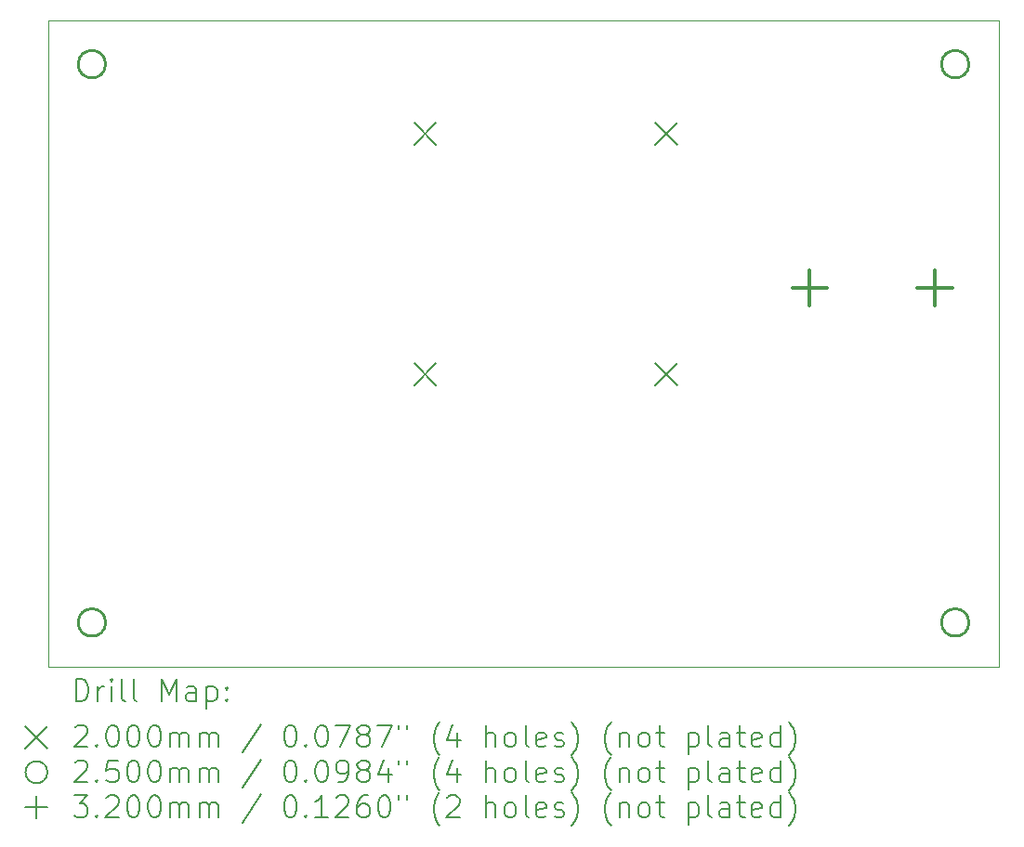
<source format=gbr>
%TF.GenerationSoftware,KiCad,Pcbnew,9.0.7*%
%TF.CreationDate,2026-02-15T20:38:00+11:00*%
%TF.ProjectId,AmigaUSBFloppy,416d6967-6155-4534-9246-6c6f7070792e,rev?*%
%TF.SameCoordinates,Original*%
%TF.FileFunction,Drillmap*%
%TF.FilePolarity,Positive*%
%FSLAX45Y45*%
G04 Gerber Fmt 4.5, Leading zero omitted, Abs format (unit mm)*
G04 Created by KiCad (PCBNEW 9.0.7) date 2026-02-15 20:38:00*
%MOMM*%
%LPD*%
G01*
G04 APERTURE LIST*
%ADD10C,0.100000*%
%ADD11C,0.200000*%
%ADD12C,0.250000*%
%ADD13C,0.320000*%
G04 APERTURE END LIST*
D10*
X10724000Y-5583750D02*
X19390000Y-5583750D01*
X19390000Y-11473750D01*
X10724000Y-11473750D01*
X10724000Y-5583750D01*
D11*
X14060000Y-6518750D02*
X14260000Y-6718750D01*
X14260000Y-6518750D02*
X14060000Y-6718750D01*
X14060000Y-8708750D02*
X14260000Y-8908750D01*
X14260000Y-8708750D02*
X14060000Y-8908750D01*
X16260000Y-6518750D02*
X16460000Y-6718750D01*
X16460000Y-6518750D02*
X16260000Y-6718750D01*
X16260000Y-8708750D02*
X16460000Y-8908750D01*
X16460000Y-8708750D02*
X16260000Y-8908750D01*
D12*
X11249000Y-5983750D02*
G75*
G02*
X10999000Y-5983750I-125000J0D01*
G01*
X10999000Y-5983750D02*
G75*
G02*
X11249000Y-5983750I125000J0D01*
G01*
X11249000Y-11073750D02*
G75*
G02*
X10999000Y-11073750I-125000J0D01*
G01*
X10999000Y-11073750D02*
G75*
G02*
X11249000Y-11073750I125000J0D01*
G01*
X19115000Y-5983750D02*
G75*
G02*
X18865000Y-5983750I-125000J0D01*
G01*
X18865000Y-5983750D02*
G75*
G02*
X19115000Y-5983750I125000J0D01*
G01*
X19115000Y-11073750D02*
G75*
G02*
X18865000Y-11073750I-125000J0D01*
G01*
X18865000Y-11073750D02*
G75*
G02*
X19115000Y-11073750I125000J0D01*
G01*
D13*
X17665000Y-7863750D02*
X17665000Y-8183750D01*
X17505000Y-8023750D02*
X17825000Y-8023750D01*
X18805000Y-7863750D02*
X18805000Y-8183750D01*
X18645000Y-8023750D02*
X18965000Y-8023750D01*
D11*
X10979777Y-11790234D02*
X10979777Y-11590234D01*
X10979777Y-11590234D02*
X11027396Y-11590234D01*
X11027396Y-11590234D02*
X11055967Y-11599758D01*
X11055967Y-11599758D02*
X11075015Y-11618805D01*
X11075015Y-11618805D02*
X11084539Y-11637853D01*
X11084539Y-11637853D02*
X11094063Y-11675948D01*
X11094063Y-11675948D02*
X11094063Y-11704519D01*
X11094063Y-11704519D02*
X11084539Y-11742615D01*
X11084539Y-11742615D02*
X11075015Y-11761662D01*
X11075015Y-11761662D02*
X11055967Y-11780710D01*
X11055967Y-11780710D02*
X11027396Y-11790234D01*
X11027396Y-11790234D02*
X10979777Y-11790234D01*
X11179777Y-11790234D02*
X11179777Y-11656900D01*
X11179777Y-11694996D02*
X11189301Y-11675948D01*
X11189301Y-11675948D02*
X11198824Y-11666424D01*
X11198824Y-11666424D02*
X11217872Y-11656900D01*
X11217872Y-11656900D02*
X11236920Y-11656900D01*
X11303586Y-11790234D02*
X11303586Y-11656900D01*
X11303586Y-11590234D02*
X11294062Y-11599758D01*
X11294062Y-11599758D02*
X11303586Y-11609281D01*
X11303586Y-11609281D02*
X11313110Y-11599758D01*
X11313110Y-11599758D02*
X11303586Y-11590234D01*
X11303586Y-11590234D02*
X11303586Y-11609281D01*
X11427396Y-11790234D02*
X11408348Y-11780710D01*
X11408348Y-11780710D02*
X11398824Y-11761662D01*
X11398824Y-11761662D02*
X11398824Y-11590234D01*
X11532158Y-11790234D02*
X11513110Y-11780710D01*
X11513110Y-11780710D02*
X11503586Y-11761662D01*
X11503586Y-11761662D02*
X11503586Y-11590234D01*
X11760729Y-11790234D02*
X11760729Y-11590234D01*
X11760729Y-11590234D02*
X11827396Y-11733091D01*
X11827396Y-11733091D02*
X11894062Y-11590234D01*
X11894062Y-11590234D02*
X11894062Y-11790234D01*
X12075015Y-11790234D02*
X12075015Y-11685472D01*
X12075015Y-11685472D02*
X12065491Y-11666424D01*
X12065491Y-11666424D02*
X12046443Y-11656900D01*
X12046443Y-11656900D02*
X12008348Y-11656900D01*
X12008348Y-11656900D02*
X11989301Y-11666424D01*
X12075015Y-11780710D02*
X12055967Y-11790234D01*
X12055967Y-11790234D02*
X12008348Y-11790234D01*
X12008348Y-11790234D02*
X11989301Y-11780710D01*
X11989301Y-11780710D02*
X11979777Y-11761662D01*
X11979777Y-11761662D02*
X11979777Y-11742615D01*
X11979777Y-11742615D02*
X11989301Y-11723567D01*
X11989301Y-11723567D02*
X12008348Y-11714043D01*
X12008348Y-11714043D02*
X12055967Y-11714043D01*
X12055967Y-11714043D02*
X12075015Y-11704519D01*
X12170253Y-11656900D02*
X12170253Y-11856900D01*
X12170253Y-11666424D02*
X12189301Y-11656900D01*
X12189301Y-11656900D02*
X12227396Y-11656900D01*
X12227396Y-11656900D02*
X12246443Y-11666424D01*
X12246443Y-11666424D02*
X12255967Y-11675948D01*
X12255967Y-11675948D02*
X12265491Y-11694996D01*
X12265491Y-11694996D02*
X12265491Y-11752138D01*
X12265491Y-11752138D02*
X12255967Y-11771186D01*
X12255967Y-11771186D02*
X12246443Y-11780710D01*
X12246443Y-11780710D02*
X12227396Y-11790234D01*
X12227396Y-11790234D02*
X12189301Y-11790234D01*
X12189301Y-11790234D02*
X12170253Y-11780710D01*
X12351205Y-11771186D02*
X12360729Y-11780710D01*
X12360729Y-11780710D02*
X12351205Y-11790234D01*
X12351205Y-11790234D02*
X12341682Y-11780710D01*
X12341682Y-11780710D02*
X12351205Y-11771186D01*
X12351205Y-11771186D02*
X12351205Y-11790234D01*
X12351205Y-11666424D02*
X12360729Y-11675948D01*
X12360729Y-11675948D02*
X12351205Y-11685472D01*
X12351205Y-11685472D02*
X12341682Y-11675948D01*
X12341682Y-11675948D02*
X12351205Y-11666424D01*
X12351205Y-11666424D02*
X12351205Y-11685472D01*
X10519000Y-12018750D02*
X10719000Y-12218750D01*
X10719000Y-12018750D02*
X10519000Y-12218750D01*
X10970253Y-12029281D02*
X10979777Y-12019758D01*
X10979777Y-12019758D02*
X10998824Y-12010234D01*
X10998824Y-12010234D02*
X11046444Y-12010234D01*
X11046444Y-12010234D02*
X11065491Y-12019758D01*
X11065491Y-12019758D02*
X11075015Y-12029281D01*
X11075015Y-12029281D02*
X11084539Y-12048329D01*
X11084539Y-12048329D02*
X11084539Y-12067377D01*
X11084539Y-12067377D02*
X11075015Y-12095948D01*
X11075015Y-12095948D02*
X10960729Y-12210234D01*
X10960729Y-12210234D02*
X11084539Y-12210234D01*
X11170253Y-12191186D02*
X11179777Y-12200710D01*
X11179777Y-12200710D02*
X11170253Y-12210234D01*
X11170253Y-12210234D02*
X11160729Y-12200710D01*
X11160729Y-12200710D02*
X11170253Y-12191186D01*
X11170253Y-12191186D02*
X11170253Y-12210234D01*
X11303586Y-12010234D02*
X11322634Y-12010234D01*
X11322634Y-12010234D02*
X11341682Y-12019758D01*
X11341682Y-12019758D02*
X11351205Y-12029281D01*
X11351205Y-12029281D02*
X11360729Y-12048329D01*
X11360729Y-12048329D02*
X11370253Y-12086424D01*
X11370253Y-12086424D02*
X11370253Y-12134043D01*
X11370253Y-12134043D02*
X11360729Y-12172138D01*
X11360729Y-12172138D02*
X11351205Y-12191186D01*
X11351205Y-12191186D02*
X11341682Y-12200710D01*
X11341682Y-12200710D02*
X11322634Y-12210234D01*
X11322634Y-12210234D02*
X11303586Y-12210234D01*
X11303586Y-12210234D02*
X11284539Y-12200710D01*
X11284539Y-12200710D02*
X11275015Y-12191186D01*
X11275015Y-12191186D02*
X11265491Y-12172138D01*
X11265491Y-12172138D02*
X11255967Y-12134043D01*
X11255967Y-12134043D02*
X11255967Y-12086424D01*
X11255967Y-12086424D02*
X11265491Y-12048329D01*
X11265491Y-12048329D02*
X11275015Y-12029281D01*
X11275015Y-12029281D02*
X11284539Y-12019758D01*
X11284539Y-12019758D02*
X11303586Y-12010234D01*
X11494062Y-12010234D02*
X11513110Y-12010234D01*
X11513110Y-12010234D02*
X11532158Y-12019758D01*
X11532158Y-12019758D02*
X11541682Y-12029281D01*
X11541682Y-12029281D02*
X11551205Y-12048329D01*
X11551205Y-12048329D02*
X11560729Y-12086424D01*
X11560729Y-12086424D02*
X11560729Y-12134043D01*
X11560729Y-12134043D02*
X11551205Y-12172138D01*
X11551205Y-12172138D02*
X11541682Y-12191186D01*
X11541682Y-12191186D02*
X11532158Y-12200710D01*
X11532158Y-12200710D02*
X11513110Y-12210234D01*
X11513110Y-12210234D02*
X11494062Y-12210234D01*
X11494062Y-12210234D02*
X11475015Y-12200710D01*
X11475015Y-12200710D02*
X11465491Y-12191186D01*
X11465491Y-12191186D02*
X11455967Y-12172138D01*
X11455967Y-12172138D02*
X11446443Y-12134043D01*
X11446443Y-12134043D02*
X11446443Y-12086424D01*
X11446443Y-12086424D02*
X11455967Y-12048329D01*
X11455967Y-12048329D02*
X11465491Y-12029281D01*
X11465491Y-12029281D02*
X11475015Y-12019758D01*
X11475015Y-12019758D02*
X11494062Y-12010234D01*
X11684539Y-12010234D02*
X11703586Y-12010234D01*
X11703586Y-12010234D02*
X11722634Y-12019758D01*
X11722634Y-12019758D02*
X11732158Y-12029281D01*
X11732158Y-12029281D02*
X11741682Y-12048329D01*
X11741682Y-12048329D02*
X11751205Y-12086424D01*
X11751205Y-12086424D02*
X11751205Y-12134043D01*
X11751205Y-12134043D02*
X11741682Y-12172138D01*
X11741682Y-12172138D02*
X11732158Y-12191186D01*
X11732158Y-12191186D02*
X11722634Y-12200710D01*
X11722634Y-12200710D02*
X11703586Y-12210234D01*
X11703586Y-12210234D02*
X11684539Y-12210234D01*
X11684539Y-12210234D02*
X11665491Y-12200710D01*
X11665491Y-12200710D02*
X11655967Y-12191186D01*
X11655967Y-12191186D02*
X11646443Y-12172138D01*
X11646443Y-12172138D02*
X11636920Y-12134043D01*
X11636920Y-12134043D02*
X11636920Y-12086424D01*
X11636920Y-12086424D02*
X11646443Y-12048329D01*
X11646443Y-12048329D02*
X11655967Y-12029281D01*
X11655967Y-12029281D02*
X11665491Y-12019758D01*
X11665491Y-12019758D02*
X11684539Y-12010234D01*
X11836920Y-12210234D02*
X11836920Y-12076900D01*
X11836920Y-12095948D02*
X11846443Y-12086424D01*
X11846443Y-12086424D02*
X11865491Y-12076900D01*
X11865491Y-12076900D02*
X11894063Y-12076900D01*
X11894063Y-12076900D02*
X11913110Y-12086424D01*
X11913110Y-12086424D02*
X11922634Y-12105472D01*
X11922634Y-12105472D02*
X11922634Y-12210234D01*
X11922634Y-12105472D02*
X11932158Y-12086424D01*
X11932158Y-12086424D02*
X11951205Y-12076900D01*
X11951205Y-12076900D02*
X11979777Y-12076900D01*
X11979777Y-12076900D02*
X11998824Y-12086424D01*
X11998824Y-12086424D02*
X12008348Y-12105472D01*
X12008348Y-12105472D02*
X12008348Y-12210234D01*
X12103586Y-12210234D02*
X12103586Y-12076900D01*
X12103586Y-12095948D02*
X12113110Y-12086424D01*
X12113110Y-12086424D02*
X12132158Y-12076900D01*
X12132158Y-12076900D02*
X12160729Y-12076900D01*
X12160729Y-12076900D02*
X12179777Y-12086424D01*
X12179777Y-12086424D02*
X12189301Y-12105472D01*
X12189301Y-12105472D02*
X12189301Y-12210234D01*
X12189301Y-12105472D02*
X12198824Y-12086424D01*
X12198824Y-12086424D02*
X12217872Y-12076900D01*
X12217872Y-12076900D02*
X12246443Y-12076900D01*
X12246443Y-12076900D02*
X12265491Y-12086424D01*
X12265491Y-12086424D02*
X12275015Y-12105472D01*
X12275015Y-12105472D02*
X12275015Y-12210234D01*
X12665491Y-12000710D02*
X12494063Y-12257853D01*
X12922634Y-12010234D02*
X12941682Y-12010234D01*
X12941682Y-12010234D02*
X12960729Y-12019758D01*
X12960729Y-12019758D02*
X12970253Y-12029281D01*
X12970253Y-12029281D02*
X12979777Y-12048329D01*
X12979777Y-12048329D02*
X12989301Y-12086424D01*
X12989301Y-12086424D02*
X12989301Y-12134043D01*
X12989301Y-12134043D02*
X12979777Y-12172138D01*
X12979777Y-12172138D02*
X12970253Y-12191186D01*
X12970253Y-12191186D02*
X12960729Y-12200710D01*
X12960729Y-12200710D02*
X12941682Y-12210234D01*
X12941682Y-12210234D02*
X12922634Y-12210234D01*
X12922634Y-12210234D02*
X12903586Y-12200710D01*
X12903586Y-12200710D02*
X12894063Y-12191186D01*
X12894063Y-12191186D02*
X12884539Y-12172138D01*
X12884539Y-12172138D02*
X12875015Y-12134043D01*
X12875015Y-12134043D02*
X12875015Y-12086424D01*
X12875015Y-12086424D02*
X12884539Y-12048329D01*
X12884539Y-12048329D02*
X12894063Y-12029281D01*
X12894063Y-12029281D02*
X12903586Y-12019758D01*
X12903586Y-12019758D02*
X12922634Y-12010234D01*
X13075015Y-12191186D02*
X13084539Y-12200710D01*
X13084539Y-12200710D02*
X13075015Y-12210234D01*
X13075015Y-12210234D02*
X13065491Y-12200710D01*
X13065491Y-12200710D02*
X13075015Y-12191186D01*
X13075015Y-12191186D02*
X13075015Y-12210234D01*
X13208348Y-12010234D02*
X13227396Y-12010234D01*
X13227396Y-12010234D02*
X13246444Y-12019758D01*
X13246444Y-12019758D02*
X13255967Y-12029281D01*
X13255967Y-12029281D02*
X13265491Y-12048329D01*
X13265491Y-12048329D02*
X13275015Y-12086424D01*
X13275015Y-12086424D02*
X13275015Y-12134043D01*
X13275015Y-12134043D02*
X13265491Y-12172138D01*
X13265491Y-12172138D02*
X13255967Y-12191186D01*
X13255967Y-12191186D02*
X13246444Y-12200710D01*
X13246444Y-12200710D02*
X13227396Y-12210234D01*
X13227396Y-12210234D02*
X13208348Y-12210234D01*
X13208348Y-12210234D02*
X13189301Y-12200710D01*
X13189301Y-12200710D02*
X13179777Y-12191186D01*
X13179777Y-12191186D02*
X13170253Y-12172138D01*
X13170253Y-12172138D02*
X13160729Y-12134043D01*
X13160729Y-12134043D02*
X13160729Y-12086424D01*
X13160729Y-12086424D02*
X13170253Y-12048329D01*
X13170253Y-12048329D02*
X13179777Y-12029281D01*
X13179777Y-12029281D02*
X13189301Y-12019758D01*
X13189301Y-12019758D02*
X13208348Y-12010234D01*
X13341682Y-12010234D02*
X13475015Y-12010234D01*
X13475015Y-12010234D02*
X13389301Y-12210234D01*
X13579777Y-12095948D02*
X13560729Y-12086424D01*
X13560729Y-12086424D02*
X13551206Y-12076900D01*
X13551206Y-12076900D02*
X13541682Y-12057853D01*
X13541682Y-12057853D02*
X13541682Y-12048329D01*
X13541682Y-12048329D02*
X13551206Y-12029281D01*
X13551206Y-12029281D02*
X13560729Y-12019758D01*
X13560729Y-12019758D02*
X13579777Y-12010234D01*
X13579777Y-12010234D02*
X13617872Y-12010234D01*
X13617872Y-12010234D02*
X13636920Y-12019758D01*
X13636920Y-12019758D02*
X13646444Y-12029281D01*
X13646444Y-12029281D02*
X13655967Y-12048329D01*
X13655967Y-12048329D02*
X13655967Y-12057853D01*
X13655967Y-12057853D02*
X13646444Y-12076900D01*
X13646444Y-12076900D02*
X13636920Y-12086424D01*
X13636920Y-12086424D02*
X13617872Y-12095948D01*
X13617872Y-12095948D02*
X13579777Y-12095948D01*
X13579777Y-12095948D02*
X13560729Y-12105472D01*
X13560729Y-12105472D02*
X13551206Y-12114996D01*
X13551206Y-12114996D02*
X13541682Y-12134043D01*
X13541682Y-12134043D02*
X13541682Y-12172138D01*
X13541682Y-12172138D02*
X13551206Y-12191186D01*
X13551206Y-12191186D02*
X13560729Y-12200710D01*
X13560729Y-12200710D02*
X13579777Y-12210234D01*
X13579777Y-12210234D02*
X13617872Y-12210234D01*
X13617872Y-12210234D02*
X13636920Y-12200710D01*
X13636920Y-12200710D02*
X13646444Y-12191186D01*
X13646444Y-12191186D02*
X13655967Y-12172138D01*
X13655967Y-12172138D02*
X13655967Y-12134043D01*
X13655967Y-12134043D02*
X13646444Y-12114996D01*
X13646444Y-12114996D02*
X13636920Y-12105472D01*
X13636920Y-12105472D02*
X13617872Y-12095948D01*
X13722634Y-12010234D02*
X13855967Y-12010234D01*
X13855967Y-12010234D02*
X13770253Y-12210234D01*
X13922634Y-12010234D02*
X13922634Y-12048329D01*
X13998825Y-12010234D02*
X13998825Y-12048329D01*
X14294063Y-12286424D02*
X14284539Y-12276900D01*
X14284539Y-12276900D02*
X14265491Y-12248329D01*
X14265491Y-12248329D02*
X14255968Y-12229281D01*
X14255968Y-12229281D02*
X14246444Y-12200710D01*
X14246444Y-12200710D02*
X14236920Y-12153091D01*
X14236920Y-12153091D02*
X14236920Y-12114996D01*
X14236920Y-12114996D02*
X14246444Y-12067377D01*
X14246444Y-12067377D02*
X14255968Y-12038805D01*
X14255968Y-12038805D02*
X14265491Y-12019758D01*
X14265491Y-12019758D02*
X14284539Y-11991186D01*
X14284539Y-11991186D02*
X14294063Y-11981662D01*
X14455968Y-12076900D02*
X14455968Y-12210234D01*
X14408348Y-12000710D02*
X14360729Y-12143567D01*
X14360729Y-12143567D02*
X14484539Y-12143567D01*
X14713110Y-12210234D02*
X14713110Y-12010234D01*
X14798825Y-12210234D02*
X14798825Y-12105472D01*
X14798825Y-12105472D02*
X14789301Y-12086424D01*
X14789301Y-12086424D02*
X14770253Y-12076900D01*
X14770253Y-12076900D02*
X14741682Y-12076900D01*
X14741682Y-12076900D02*
X14722634Y-12086424D01*
X14722634Y-12086424D02*
X14713110Y-12095948D01*
X14922634Y-12210234D02*
X14903587Y-12200710D01*
X14903587Y-12200710D02*
X14894063Y-12191186D01*
X14894063Y-12191186D02*
X14884539Y-12172138D01*
X14884539Y-12172138D02*
X14884539Y-12114996D01*
X14884539Y-12114996D02*
X14894063Y-12095948D01*
X14894063Y-12095948D02*
X14903587Y-12086424D01*
X14903587Y-12086424D02*
X14922634Y-12076900D01*
X14922634Y-12076900D02*
X14951206Y-12076900D01*
X14951206Y-12076900D02*
X14970253Y-12086424D01*
X14970253Y-12086424D02*
X14979777Y-12095948D01*
X14979777Y-12095948D02*
X14989301Y-12114996D01*
X14989301Y-12114996D02*
X14989301Y-12172138D01*
X14989301Y-12172138D02*
X14979777Y-12191186D01*
X14979777Y-12191186D02*
X14970253Y-12200710D01*
X14970253Y-12200710D02*
X14951206Y-12210234D01*
X14951206Y-12210234D02*
X14922634Y-12210234D01*
X15103587Y-12210234D02*
X15084539Y-12200710D01*
X15084539Y-12200710D02*
X15075015Y-12181662D01*
X15075015Y-12181662D02*
X15075015Y-12010234D01*
X15255968Y-12200710D02*
X15236920Y-12210234D01*
X15236920Y-12210234D02*
X15198825Y-12210234D01*
X15198825Y-12210234D02*
X15179777Y-12200710D01*
X15179777Y-12200710D02*
X15170253Y-12181662D01*
X15170253Y-12181662D02*
X15170253Y-12105472D01*
X15170253Y-12105472D02*
X15179777Y-12086424D01*
X15179777Y-12086424D02*
X15198825Y-12076900D01*
X15198825Y-12076900D02*
X15236920Y-12076900D01*
X15236920Y-12076900D02*
X15255968Y-12086424D01*
X15255968Y-12086424D02*
X15265491Y-12105472D01*
X15265491Y-12105472D02*
X15265491Y-12124519D01*
X15265491Y-12124519D02*
X15170253Y-12143567D01*
X15341682Y-12200710D02*
X15360730Y-12210234D01*
X15360730Y-12210234D02*
X15398825Y-12210234D01*
X15398825Y-12210234D02*
X15417872Y-12200710D01*
X15417872Y-12200710D02*
X15427396Y-12181662D01*
X15427396Y-12181662D02*
X15427396Y-12172138D01*
X15427396Y-12172138D02*
X15417872Y-12153091D01*
X15417872Y-12153091D02*
X15398825Y-12143567D01*
X15398825Y-12143567D02*
X15370253Y-12143567D01*
X15370253Y-12143567D02*
X15351206Y-12134043D01*
X15351206Y-12134043D02*
X15341682Y-12114996D01*
X15341682Y-12114996D02*
X15341682Y-12105472D01*
X15341682Y-12105472D02*
X15351206Y-12086424D01*
X15351206Y-12086424D02*
X15370253Y-12076900D01*
X15370253Y-12076900D02*
X15398825Y-12076900D01*
X15398825Y-12076900D02*
X15417872Y-12086424D01*
X15494063Y-12286424D02*
X15503587Y-12276900D01*
X15503587Y-12276900D02*
X15522634Y-12248329D01*
X15522634Y-12248329D02*
X15532158Y-12229281D01*
X15532158Y-12229281D02*
X15541682Y-12200710D01*
X15541682Y-12200710D02*
X15551206Y-12153091D01*
X15551206Y-12153091D02*
X15551206Y-12114996D01*
X15551206Y-12114996D02*
X15541682Y-12067377D01*
X15541682Y-12067377D02*
X15532158Y-12038805D01*
X15532158Y-12038805D02*
X15522634Y-12019758D01*
X15522634Y-12019758D02*
X15503587Y-11991186D01*
X15503587Y-11991186D02*
X15494063Y-11981662D01*
X15855968Y-12286424D02*
X15846444Y-12276900D01*
X15846444Y-12276900D02*
X15827396Y-12248329D01*
X15827396Y-12248329D02*
X15817872Y-12229281D01*
X15817872Y-12229281D02*
X15808349Y-12200710D01*
X15808349Y-12200710D02*
X15798825Y-12153091D01*
X15798825Y-12153091D02*
X15798825Y-12114996D01*
X15798825Y-12114996D02*
X15808349Y-12067377D01*
X15808349Y-12067377D02*
X15817872Y-12038805D01*
X15817872Y-12038805D02*
X15827396Y-12019758D01*
X15827396Y-12019758D02*
X15846444Y-11991186D01*
X15846444Y-11991186D02*
X15855968Y-11981662D01*
X15932158Y-12076900D02*
X15932158Y-12210234D01*
X15932158Y-12095948D02*
X15941682Y-12086424D01*
X15941682Y-12086424D02*
X15960730Y-12076900D01*
X15960730Y-12076900D02*
X15989301Y-12076900D01*
X15989301Y-12076900D02*
X16008349Y-12086424D01*
X16008349Y-12086424D02*
X16017872Y-12105472D01*
X16017872Y-12105472D02*
X16017872Y-12210234D01*
X16141682Y-12210234D02*
X16122634Y-12200710D01*
X16122634Y-12200710D02*
X16113111Y-12191186D01*
X16113111Y-12191186D02*
X16103587Y-12172138D01*
X16103587Y-12172138D02*
X16103587Y-12114996D01*
X16103587Y-12114996D02*
X16113111Y-12095948D01*
X16113111Y-12095948D02*
X16122634Y-12086424D01*
X16122634Y-12086424D02*
X16141682Y-12076900D01*
X16141682Y-12076900D02*
X16170253Y-12076900D01*
X16170253Y-12076900D02*
X16189301Y-12086424D01*
X16189301Y-12086424D02*
X16198825Y-12095948D01*
X16198825Y-12095948D02*
X16208349Y-12114996D01*
X16208349Y-12114996D02*
X16208349Y-12172138D01*
X16208349Y-12172138D02*
X16198825Y-12191186D01*
X16198825Y-12191186D02*
X16189301Y-12200710D01*
X16189301Y-12200710D02*
X16170253Y-12210234D01*
X16170253Y-12210234D02*
X16141682Y-12210234D01*
X16265492Y-12076900D02*
X16341682Y-12076900D01*
X16294063Y-12010234D02*
X16294063Y-12181662D01*
X16294063Y-12181662D02*
X16303587Y-12200710D01*
X16303587Y-12200710D02*
X16322634Y-12210234D01*
X16322634Y-12210234D02*
X16341682Y-12210234D01*
X16560730Y-12076900D02*
X16560730Y-12276900D01*
X16560730Y-12086424D02*
X16579777Y-12076900D01*
X16579777Y-12076900D02*
X16617873Y-12076900D01*
X16617873Y-12076900D02*
X16636920Y-12086424D01*
X16636920Y-12086424D02*
X16646444Y-12095948D01*
X16646444Y-12095948D02*
X16655968Y-12114996D01*
X16655968Y-12114996D02*
X16655968Y-12172138D01*
X16655968Y-12172138D02*
X16646444Y-12191186D01*
X16646444Y-12191186D02*
X16636920Y-12200710D01*
X16636920Y-12200710D02*
X16617873Y-12210234D01*
X16617873Y-12210234D02*
X16579777Y-12210234D01*
X16579777Y-12210234D02*
X16560730Y-12200710D01*
X16770253Y-12210234D02*
X16751206Y-12200710D01*
X16751206Y-12200710D02*
X16741682Y-12181662D01*
X16741682Y-12181662D02*
X16741682Y-12010234D01*
X16932158Y-12210234D02*
X16932158Y-12105472D01*
X16932158Y-12105472D02*
X16922635Y-12086424D01*
X16922635Y-12086424D02*
X16903587Y-12076900D01*
X16903587Y-12076900D02*
X16865492Y-12076900D01*
X16865492Y-12076900D02*
X16846444Y-12086424D01*
X16932158Y-12200710D02*
X16913111Y-12210234D01*
X16913111Y-12210234D02*
X16865492Y-12210234D01*
X16865492Y-12210234D02*
X16846444Y-12200710D01*
X16846444Y-12200710D02*
X16836920Y-12181662D01*
X16836920Y-12181662D02*
X16836920Y-12162615D01*
X16836920Y-12162615D02*
X16846444Y-12143567D01*
X16846444Y-12143567D02*
X16865492Y-12134043D01*
X16865492Y-12134043D02*
X16913111Y-12134043D01*
X16913111Y-12134043D02*
X16932158Y-12124519D01*
X16998825Y-12076900D02*
X17075015Y-12076900D01*
X17027396Y-12010234D02*
X17027396Y-12181662D01*
X17027396Y-12181662D02*
X17036920Y-12200710D01*
X17036920Y-12200710D02*
X17055968Y-12210234D01*
X17055968Y-12210234D02*
X17075015Y-12210234D01*
X17217873Y-12200710D02*
X17198825Y-12210234D01*
X17198825Y-12210234D02*
X17160730Y-12210234D01*
X17160730Y-12210234D02*
X17141682Y-12200710D01*
X17141682Y-12200710D02*
X17132158Y-12181662D01*
X17132158Y-12181662D02*
X17132158Y-12105472D01*
X17132158Y-12105472D02*
X17141682Y-12086424D01*
X17141682Y-12086424D02*
X17160730Y-12076900D01*
X17160730Y-12076900D02*
X17198825Y-12076900D01*
X17198825Y-12076900D02*
X17217873Y-12086424D01*
X17217873Y-12086424D02*
X17227396Y-12105472D01*
X17227396Y-12105472D02*
X17227396Y-12124519D01*
X17227396Y-12124519D02*
X17132158Y-12143567D01*
X17398825Y-12210234D02*
X17398825Y-12010234D01*
X17398825Y-12200710D02*
X17379777Y-12210234D01*
X17379777Y-12210234D02*
X17341682Y-12210234D01*
X17341682Y-12210234D02*
X17322635Y-12200710D01*
X17322635Y-12200710D02*
X17313111Y-12191186D01*
X17313111Y-12191186D02*
X17303587Y-12172138D01*
X17303587Y-12172138D02*
X17303587Y-12114996D01*
X17303587Y-12114996D02*
X17313111Y-12095948D01*
X17313111Y-12095948D02*
X17322635Y-12086424D01*
X17322635Y-12086424D02*
X17341682Y-12076900D01*
X17341682Y-12076900D02*
X17379777Y-12076900D01*
X17379777Y-12076900D02*
X17398825Y-12086424D01*
X17475016Y-12286424D02*
X17484539Y-12276900D01*
X17484539Y-12276900D02*
X17503587Y-12248329D01*
X17503587Y-12248329D02*
X17513111Y-12229281D01*
X17513111Y-12229281D02*
X17522635Y-12200710D01*
X17522635Y-12200710D02*
X17532158Y-12153091D01*
X17532158Y-12153091D02*
X17532158Y-12114996D01*
X17532158Y-12114996D02*
X17522635Y-12067377D01*
X17522635Y-12067377D02*
X17513111Y-12038805D01*
X17513111Y-12038805D02*
X17503587Y-12019758D01*
X17503587Y-12019758D02*
X17484539Y-11991186D01*
X17484539Y-11991186D02*
X17475016Y-11981662D01*
X10719000Y-12438750D02*
G75*
G02*
X10519000Y-12438750I-100000J0D01*
G01*
X10519000Y-12438750D02*
G75*
G02*
X10719000Y-12438750I100000J0D01*
G01*
X10970253Y-12349281D02*
X10979777Y-12339758D01*
X10979777Y-12339758D02*
X10998824Y-12330234D01*
X10998824Y-12330234D02*
X11046444Y-12330234D01*
X11046444Y-12330234D02*
X11065491Y-12339758D01*
X11065491Y-12339758D02*
X11075015Y-12349281D01*
X11075015Y-12349281D02*
X11084539Y-12368329D01*
X11084539Y-12368329D02*
X11084539Y-12387377D01*
X11084539Y-12387377D02*
X11075015Y-12415948D01*
X11075015Y-12415948D02*
X10960729Y-12530234D01*
X10960729Y-12530234D02*
X11084539Y-12530234D01*
X11170253Y-12511186D02*
X11179777Y-12520710D01*
X11179777Y-12520710D02*
X11170253Y-12530234D01*
X11170253Y-12530234D02*
X11160729Y-12520710D01*
X11160729Y-12520710D02*
X11170253Y-12511186D01*
X11170253Y-12511186D02*
X11170253Y-12530234D01*
X11360729Y-12330234D02*
X11265491Y-12330234D01*
X11265491Y-12330234D02*
X11255967Y-12425472D01*
X11255967Y-12425472D02*
X11265491Y-12415948D01*
X11265491Y-12415948D02*
X11284539Y-12406424D01*
X11284539Y-12406424D02*
X11332158Y-12406424D01*
X11332158Y-12406424D02*
X11351205Y-12415948D01*
X11351205Y-12415948D02*
X11360729Y-12425472D01*
X11360729Y-12425472D02*
X11370253Y-12444519D01*
X11370253Y-12444519D02*
X11370253Y-12492138D01*
X11370253Y-12492138D02*
X11360729Y-12511186D01*
X11360729Y-12511186D02*
X11351205Y-12520710D01*
X11351205Y-12520710D02*
X11332158Y-12530234D01*
X11332158Y-12530234D02*
X11284539Y-12530234D01*
X11284539Y-12530234D02*
X11265491Y-12520710D01*
X11265491Y-12520710D02*
X11255967Y-12511186D01*
X11494062Y-12330234D02*
X11513110Y-12330234D01*
X11513110Y-12330234D02*
X11532158Y-12339758D01*
X11532158Y-12339758D02*
X11541682Y-12349281D01*
X11541682Y-12349281D02*
X11551205Y-12368329D01*
X11551205Y-12368329D02*
X11560729Y-12406424D01*
X11560729Y-12406424D02*
X11560729Y-12454043D01*
X11560729Y-12454043D02*
X11551205Y-12492138D01*
X11551205Y-12492138D02*
X11541682Y-12511186D01*
X11541682Y-12511186D02*
X11532158Y-12520710D01*
X11532158Y-12520710D02*
X11513110Y-12530234D01*
X11513110Y-12530234D02*
X11494062Y-12530234D01*
X11494062Y-12530234D02*
X11475015Y-12520710D01*
X11475015Y-12520710D02*
X11465491Y-12511186D01*
X11465491Y-12511186D02*
X11455967Y-12492138D01*
X11455967Y-12492138D02*
X11446443Y-12454043D01*
X11446443Y-12454043D02*
X11446443Y-12406424D01*
X11446443Y-12406424D02*
X11455967Y-12368329D01*
X11455967Y-12368329D02*
X11465491Y-12349281D01*
X11465491Y-12349281D02*
X11475015Y-12339758D01*
X11475015Y-12339758D02*
X11494062Y-12330234D01*
X11684539Y-12330234D02*
X11703586Y-12330234D01*
X11703586Y-12330234D02*
X11722634Y-12339758D01*
X11722634Y-12339758D02*
X11732158Y-12349281D01*
X11732158Y-12349281D02*
X11741682Y-12368329D01*
X11741682Y-12368329D02*
X11751205Y-12406424D01*
X11751205Y-12406424D02*
X11751205Y-12454043D01*
X11751205Y-12454043D02*
X11741682Y-12492138D01*
X11741682Y-12492138D02*
X11732158Y-12511186D01*
X11732158Y-12511186D02*
X11722634Y-12520710D01*
X11722634Y-12520710D02*
X11703586Y-12530234D01*
X11703586Y-12530234D02*
X11684539Y-12530234D01*
X11684539Y-12530234D02*
X11665491Y-12520710D01*
X11665491Y-12520710D02*
X11655967Y-12511186D01*
X11655967Y-12511186D02*
X11646443Y-12492138D01*
X11646443Y-12492138D02*
X11636920Y-12454043D01*
X11636920Y-12454043D02*
X11636920Y-12406424D01*
X11636920Y-12406424D02*
X11646443Y-12368329D01*
X11646443Y-12368329D02*
X11655967Y-12349281D01*
X11655967Y-12349281D02*
X11665491Y-12339758D01*
X11665491Y-12339758D02*
X11684539Y-12330234D01*
X11836920Y-12530234D02*
X11836920Y-12396900D01*
X11836920Y-12415948D02*
X11846443Y-12406424D01*
X11846443Y-12406424D02*
X11865491Y-12396900D01*
X11865491Y-12396900D02*
X11894063Y-12396900D01*
X11894063Y-12396900D02*
X11913110Y-12406424D01*
X11913110Y-12406424D02*
X11922634Y-12425472D01*
X11922634Y-12425472D02*
X11922634Y-12530234D01*
X11922634Y-12425472D02*
X11932158Y-12406424D01*
X11932158Y-12406424D02*
X11951205Y-12396900D01*
X11951205Y-12396900D02*
X11979777Y-12396900D01*
X11979777Y-12396900D02*
X11998824Y-12406424D01*
X11998824Y-12406424D02*
X12008348Y-12425472D01*
X12008348Y-12425472D02*
X12008348Y-12530234D01*
X12103586Y-12530234D02*
X12103586Y-12396900D01*
X12103586Y-12415948D02*
X12113110Y-12406424D01*
X12113110Y-12406424D02*
X12132158Y-12396900D01*
X12132158Y-12396900D02*
X12160729Y-12396900D01*
X12160729Y-12396900D02*
X12179777Y-12406424D01*
X12179777Y-12406424D02*
X12189301Y-12425472D01*
X12189301Y-12425472D02*
X12189301Y-12530234D01*
X12189301Y-12425472D02*
X12198824Y-12406424D01*
X12198824Y-12406424D02*
X12217872Y-12396900D01*
X12217872Y-12396900D02*
X12246443Y-12396900D01*
X12246443Y-12396900D02*
X12265491Y-12406424D01*
X12265491Y-12406424D02*
X12275015Y-12425472D01*
X12275015Y-12425472D02*
X12275015Y-12530234D01*
X12665491Y-12320710D02*
X12494063Y-12577853D01*
X12922634Y-12330234D02*
X12941682Y-12330234D01*
X12941682Y-12330234D02*
X12960729Y-12339758D01*
X12960729Y-12339758D02*
X12970253Y-12349281D01*
X12970253Y-12349281D02*
X12979777Y-12368329D01*
X12979777Y-12368329D02*
X12989301Y-12406424D01*
X12989301Y-12406424D02*
X12989301Y-12454043D01*
X12989301Y-12454043D02*
X12979777Y-12492138D01*
X12979777Y-12492138D02*
X12970253Y-12511186D01*
X12970253Y-12511186D02*
X12960729Y-12520710D01*
X12960729Y-12520710D02*
X12941682Y-12530234D01*
X12941682Y-12530234D02*
X12922634Y-12530234D01*
X12922634Y-12530234D02*
X12903586Y-12520710D01*
X12903586Y-12520710D02*
X12894063Y-12511186D01*
X12894063Y-12511186D02*
X12884539Y-12492138D01*
X12884539Y-12492138D02*
X12875015Y-12454043D01*
X12875015Y-12454043D02*
X12875015Y-12406424D01*
X12875015Y-12406424D02*
X12884539Y-12368329D01*
X12884539Y-12368329D02*
X12894063Y-12349281D01*
X12894063Y-12349281D02*
X12903586Y-12339758D01*
X12903586Y-12339758D02*
X12922634Y-12330234D01*
X13075015Y-12511186D02*
X13084539Y-12520710D01*
X13084539Y-12520710D02*
X13075015Y-12530234D01*
X13075015Y-12530234D02*
X13065491Y-12520710D01*
X13065491Y-12520710D02*
X13075015Y-12511186D01*
X13075015Y-12511186D02*
X13075015Y-12530234D01*
X13208348Y-12330234D02*
X13227396Y-12330234D01*
X13227396Y-12330234D02*
X13246444Y-12339758D01*
X13246444Y-12339758D02*
X13255967Y-12349281D01*
X13255967Y-12349281D02*
X13265491Y-12368329D01*
X13265491Y-12368329D02*
X13275015Y-12406424D01*
X13275015Y-12406424D02*
X13275015Y-12454043D01*
X13275015Y-12454043D02*
X13265491Y-12492138D01*
X13265491Y-12492138D02*
X13255967Y-12511186D01*
X13255967Y-12511186D02*
X13246444Y-12520710D01*
X13246444Y-12520710D02*
X13227396Y-12530234D01*
X13227396Y-12530234D02*
X13208348Y-12530234D01*
X13208348Y-12530234D02*
X13189301Y-12520710D01*
X13189301Y-12520710D02*
X13179777Y-12511186D01*
X13179777Y-12511186D02*
X13170253Y-12492138D01*
X13170253Y-12492138D02*
X13160729Y-12454043D01*
X13160729Y-12454043D02*
X13160729Y-12406424D01*
X13160729Y-12406424D02*
X13170253Y-12368329D01*
X13170253Y-12368329D02*
X13179777Y-12349281D01*
X13179777Y-12349281D02*
X13189301Y-12339758D01*
X13189301Y-12339758D02*
X13208348Y-12330234D01*
X13370253Y-12530234D02*
X13408348Y-12530234D01*
X13408348Y-12530234D02*
X13427396Y-12520710D01*
X13427396Y-12520710D02*
X13436920Y-12511186D01*
X13436920Y-12511186D02*
X13455967Y-12482615D01*
X13455967Y-12482615D02*
X13465491Y-12444519D01*
X13465491Y-12444519D02*
X13465491Y-12368329D01*
X13465491Y-12368329D02*
X13455967Y-12349281D01*
X13455967Y-12349281D02*
X13446444Y-12339758D01*
X13446444Y-12339758D02*
X13427396Y-12330234D01*
X13427396Y-12330234D02*
X13389301Y-12330234D01*
X13389301Y-12330234D02*
X13370253Y-12339758D01*
X13370253Y-12339758D02*
X13360729Y-12349281D01*
X13360729Y-12349281D02*
X13351206Y-12368329D01*
X13351206Y-12368329D02*
X13351206Y-12415948D01*
X13351206Y-12415948D02*
X13360729Y-12434996D01*
X13360729Y-12434996D02*
X13370253Y-12444519D01*
X13370253Y-12444519D02*
X13389301Y-12454043D01*
X13389301Y-12454043D02*
X13427396Y-12454043D01*
X13427396Y-12454043D02*
X13446444Y-12444519D01*
X13446444Y-12444519D02*
X13455967Y-12434996D01*
X13455967Y-12434996D02*
X13465491Y-12415948D01*
X13579777Y-12415948D02*
X13560729Y-12406424D01*
X13560729Y-12406424D02*
X13551206Y-12396900D01*
X13551206Y-12396900D02*
X13541682Y-12377853D01*
X13541682Y-12377853D02*
X13541682Y-12368329D01*
X13541682Y-12368329D02*
X13551206Y-12349281D01*
X13551206Y-12349281D02*
X13560729Y-12339758D01*
X13560729Y-12339758D02*
X13579777Y-12330234D01*
X13579777Y-12330234D02*
X13617872Y-12330234D01*
X13617872Y-12330234D02*
X13636920Y-12339758D01*
X13636920Y-12339758D02*
X13646444Y-12349281D01*
X13646444Y-12349281D02*
X13655967Y-12368329D01*
X13655967Y-12368329D02*
X13655967Y-12377853D01*
X13655967Y-12377853D02*
X13646444Y-12396900D01*
X13646444Y-12396900D02*
X13636920Y-12406424D01*
X13636920Y-12406424D02*
X13617872Y-12415948D01*
X13617872Y-12415948D02*
X13579777Y-12415948D01*
X13579777Y-12415948D02*
X13560729Y-12425472D01*
X13560729Y-12425472D02*
X13551206Y-12434996D01*
X13551206Y-12434996D02*
X13541682Y-12454043D01*
X13541682Y-12454043D02*
X13541682Y-12492138D01*
X13541682Y-12492138D02*
X13551206Y-12511186D01*
X13551206Y-12511186D02*
X13560729Y-12520710D01*
X13560729Y-12520710D02*
X13579777Y-12530234D01*
X13579777Y-12530234D02*
X13617872Y-12530234D01*
X13617872Y-12530234D02*
X13636920Y-12520710D01*
X13636920Y-12520710D02*
X13646444Y-12511186D01*
X13646444Y-12511186D02*
X13655967Y-12492138D01*
X13655967Y-12492138D02*
X13655967Y-12454043D01*
X13655967Y-12454043D02*
X13646444Y-12434996D01*
X13646444Y-12434996D02*
X13636920Y-12425472D01*
X13636920Y-12425472D02*
X13617872Y-12415948D01*
X13827396Y-12396900D02*
X13827396Y-12530234D01*
X13779777Y-12320710D02*
X13732158Y-12463567D01*
X13732158Y-12463567D02*
X13855967Y-12463567D01*
X13922634Y-12330234D02*
X13922634Y-12368329D01*
X13998825Y-12330234D02*
X13998825Y-12368329D01*
X14294063Y-12606424D02*
X14284539Y-12596900D01*
X14284539Y-12596900D02*
X14265491Y-12568329D01*
X14265491Y-12568329D02*
X14255968Y-12549281D01*
X14255968Y-12549281D02*
X14246444Y-12520710D01*
X14246444Y-12520710D02*
X14236920Y-12473091D01*
X14236920Y-12473091D02*
X14236920Y-12434996D01*
X14236920Y-12434996D02*
X14246444Y-12387377D01*
X14246444Y-12387377D02*
X14255968Y-12358805D01*
X14255968Y-12358805D02*
X14265491Y-12339758D01*
X14265491Y-12339758D02*
X14284539Y-12311186D01*
X14284539Y-12311186D02*
X14294063Y-12301662D01*
X14455968Y-12396900D02*
X14455968Y-12530234D01*
X14408348Y-12320710D02*
X14360729Y-12463567D01*
X14360729Y-12463567D02*
X14484539Y-12463567D01*
X14713110Y-12530234D02*
X14713110Y-12330234D01*
X14798825Y-12530234D02*
X14798825Y-12425472D01*
X14798825Y-12425472D02*
X14789301Y-12406424D01*
X14789301Y-12406424D02*
X14770253Y-12396900D01*
X14770253Y-12396900D02*
X14741682Y-12396900D01*
X14741682Y-12396900D02*
X14722634Y-12406424D01*
X14722634Y-12406424D02*
X14713110Y-12415948D01*
X14922634Y-12530234D02*
X14903587Y-12520710D01*
X14903587Y-12520710D02*
X14894063Y-12511186D01*
X14894063Y-12511186D02*
X14884539Y-12492138D01*
X14884539Y-12492138D02*
X14884539Y-12434996D01*
X14884539Y-12434996D02*
X14894063Y-12415948D01*
X14894063Y-12415948D02*
X14903587Y-12406424D01*
X14903587Y-12406424D02*
X14922634Y-12396900D01*
X14922634Y-12396900D02*
X14951206Y-12396900D01*
X14951206Y-12396900D02*
X14970253Y-12406424D01*
X14970253Y-12406424D02*
X14979777Y-12415948D01*
X14979777Y-12415948D02*
X14989301Y-12434996D01*
X14989301Y-12434996D02*
X14989301Y-12492138D01*
X14989301Y-12492138D02*
X14979777Y-12511186D01*
X14979777Y-12511186D02*
X14970253Y-12520710D01*
X14970253Y-12520710D02*
X14951206Y-12530234D01*
X14951206Y-12530234D02*
X14922634Y-12530234D01*
X15103587Y-12530234D02*
X15084539Y-12520710D01*
X15084539Y-12520710D02*
X15075015Y-12501662D01*
X15075015Y-12501662D02*
X15075015Y-12330234D01*
X15255968Y-12520710D02*
X15236920Y-12530234D01*
X15236920Y-12530234D02*
X15198825Y-12530234D01*
X15198825Y-12530234D02*
X15179777Y-12520710D01*
X15179777Y-12520710D02*
X15170253Y-12501662D01*
X15170253Y-12501662D02*
X15170253Y-12425472D01*
X15170253Y-12425472D02*
X15179777Y-12406424D01*
X15179777Y-12406424D02*
X15198825Y-12396900D01*
X15198825Y-12396900D02*
X15236920Y-12396900D01*
X15236920Y-12396900D02*
X15255968Y-12406424D01*
X15255968Y-12406424D02*
X15265491Y-12425472D01*
X15265491Y-12425472D02*
X15265491Y-12444519D01*
X15265491Y-12444519D02*
X15170253Y-12463567D01*
X15341682Y-12520710D02*
X15360730Y-12530234D01*
X15360730Y-12530234D02*
X15398825Y-12530234D01*
X15398825Y-12530234D02*
X15417872Y-12520710D01*
X15417872Y-12520710D02*
X15427396Y-12501662D01*
X15427396Y-12501662D02*
X15427396Y-12492138D01*
X15427396Y-12492138D02*
X15417872Y-12473091D01*
X15417872Y-12473091D02*
X15398825Y-12463567D01*
X15398825Y-12463567D02*
X15370253Y-12463567D01*
X15370253Y-12463567D02*
X15351206Y-12454043D01*
X15351206Y-12454043D02*
X15341682Y-12434996D01*
X15341682Y-12434996D02*
X15341682Y-12425472D01*
X15341682Y-12425472D02*
X15351206Y-12406424D01*
X15351206Y-12406424D02*
X15370253Y-12396900D01*
X15370253Y-12396900D02*
X15398825Y-12396900D01*
X15398825Y-12396900D02*
X15417872Y-12406424D01*
X15494063Y-12606424D02*
X15503587Y-12596900D01*
X15503587Y-12596900D02*
X15522634Y-12568329D01*
X15522634Y-12568329D02*
X15532158Y-12549281D01*
X15532158Y-12549281D02*
X15541682Y-12520710D01*
X15541682Y-12520710D02*
X15551206Y-12473091D01*
X15551206Y-12473091D02*
X15551206Y-12434996D01*
X15551206Y-12434996D02*
X15541682Y-12387377D01*
X15541682Y-12387377D02*
X15532158Y-12358805D01*
X15532158Y-12358805D02*
X15522634Y-12339758D01*
X15522634Y-12339758D02*
X15503587Y-12311186D01*
X15503587Y-12311186D02*
X15494063Y-12301662D01*
X15855968Y-12606424D02*
X15846444Y-12596900D01*
X15846444Y-12596900D02*
X15827396Y-12568329D01*
X15827396Y-12568329D02*
X15817872Y-12549281D01*
X15817872Y-12549281D02*
X15808349Y-12520710D01*
X15808349Y-12520710D02*
X15798825Y-12473091D01*
X15798825Y-12473091D02*
X15798825Y-12434996D01*
X15798825Y-12434996D02*
X15808349Y-12387377D01*
X15808349Y-12387377D02*
X15817872Y-12358805D01*
X15817872Y-12358805D02*
X15827396Y-12339758D01*
X15827396Y-12339758D02*
X15846444Y-12311186D01*
X15846444Y-12311186D02*
X15855968Y-12301662D01*
X15932158Y-12396900D02*
X15932158Y-12530234D01*
X15932158Y-12415948D02*
X15941682Y-12406424D01*
X15941682Y-12406424D02*
X15960730Y-12396900D01*
X15960730Y-12396900D02*
X15989301Y-12396900D01*
X15989301Y-12396900D02*
X16008349Y-12406424D01*
X16008349Y-12406424D02*
X16017872Y-12425472D01*
X16017872Y-12425472D02*
X16017872Y-12530234D01*
X16141682Y-12530234D02*
X16122634Y-12520710D01*
X16122634Y-12520710D02*
X16113111Y-12511186D01*
X16113111Y-12511186D02*
X16103587Y-12492138D01*
X16103587Y-12492138D02*
X16103587Y-12434996D01*
X16103587Y-12434996D02*
X16113111Y-12415948D01*
X16113111Y-12415948D02*
X16122634Y-12406424D01*
X16122634Y-12406424D02*
X16141682Y-12396900D01*
X16141682Y-12396900D02*
X16170253Y-12396900D01*
X16170253Y-12396900D02*
X16189301Y-12406424D01*
X16189301Y-12406424D02*
X16198825Y-12415948D01*
X16198825Y-12415948D02*
X16208349Y-12434996D01*
X16208349Y-12434996D02*
X16208349Y-12492138D01*
X16208349Y-12492138D02*
X16198825Y-12511186D01*
X16198825Y-12511186D02*
X16189301Y-12520710D01*
X16189301Y-12520710D02*
X16170253Y-12530234D01*
X16170253Y-12530234D02*
X16141682Y-12530234D01*
X16265492Y-12396900D02*
X16341682Y-12396900D01*
X16294063Y-12330234D02*
X16294063Y-12501662D01*
X16294063Y-12501662D02*
X16303587Y-12520710D01*
X16303587Y-12520710D02*
X16322634Y-12530234D01*
X16322634Y-12530234D02*
X16341682Y-12530234D01*
X16560730Y-12396900D02*
X16560730Y-12596900D01*
X16560730Y-12406424D02*
X16579777Y-12396900D01*
X16579777Y-12396900D02*
X16617873Y-12396900D01*
X16617873Y-12396900D02*
X16636920Y-12406424D01*
X16636920Y-12406424D02*
X16646444Y-12415948D01*
X16646444Y-12415948D02*
X16655968Y-12434996D01*
X16655968Y-12434996D02*
X16655968Y-12492138D01*
X16655968Y-12492138D02*
X16646444Y-12511186D01*
X16646444Y-12511186D02*
X16636920Y-12520710D01*
X16636920Y-12520710D02*
X16617873Y-12530234D01*
X16617873Y-12530234D02*
X16579777Y-12530234D01*
X16579777Y-12530234D02*
X16560730Y-12520710D01*
X16770253Y-12530234D02*
X16751206Y-12520710D01*
X16751206Y-12520710D02*
X16741682Y-12501662D01*
X16741682Y-12501662D02*
X16741682Y-12330234D01*
X16932158Y-12530234D02*
X16932158Y-12425472D01*
X16932158Y-12425472D02*
X16922635Y-12406424D01*
X16922635Y-12406424D02*
X16903587Y-12396900D01*
X16903587Y-12396900D02*
X16865492Y-12396900D01*
X16865492Y-12396900D02*
X16846444Y-12406424D01*
X16932158Y-12520710D02*
X16913111Y-12530234D01*
X16913111Y-12530234D02*
X16865492Y-12530234D01*
X16865492Y-12530234D02*
X16846444Y-12520710D01*
X16846444Y-12520710D02*
X16836920Y-12501662D01*
X16836920Y-12501662D02*
X16836920Y-12482615D01*
X16836920Y-12482615D02*
X16846444Y-12463567D01*
X16846444Y-12463567D02*
X16865492Y-12454043D01*
X16865492Y-12454043D02*
X16913111Y-12454043D01*
X16913111Y-12454043D02*
X16932158Y-12444519D01*
X16998825Y-12396900D02*
X17075015Y-12396900D01*
X17027396Y-12330234D02*
X17027396Y-12501662D01*
X17027396Y-12501662D02*
X17036920Y-12520710D01*
X17036920Y-12520710D02*
X17055968Y-12530234D01*
X17055968Y-12530234D02*
X17075015Y-12530234D01*
X17217873Y-12520710D02*
X17198825Y-12530234D01*
X17198825Y-12530234D02*
X17160730Y-12530234D01*
X17160730Y-12530234D02*
X17141682Y-12520710D01*
X17141682Y-12520710D02*
X17132158Y-12501662D01*
X17132158Y-12501662D02*
X17132158Y-12425472D01*
X17132158Y-12425472D02*
X17141682Y-12406424D01*
X17141682Y-12406424D02*
X17160730Y-12396900D01*
X17160730Y-12396900D02*
X17198825Y-12396900D01*
X17198825Y-12396900D02*
X17217873Y-12406424D01*
X17217873Y-12406424D02*
X17227396Y-12425472D01*
X17227396Y-12425472D02*
X17227396Y-12444519D01*
X17227396Y-12444519D02*
X17132158Y-12463567D01*
X17398825Y-12530234D02*
X17398825Y-12330234D01*
X17398825Y-12520710D02*
X17379777Y-12530234D01*
X17379777Y-12530234D02*
X17341682Y-12530234D01*
X17341682Y-12530234D02*
X17322635Y-12520710D01*
X17322635Y-12520710D02*
X17313111Y-12511186D01*
X17313111Y-12511186D02*
X17303587Y-12492138D01*
X17303587Y-12492138D02*
X17303587Y-12434996D01*
X17303587Y-12434996D02*
X17313111Y-12415948D01*
X17313111Y-12415948D02*
X17322635Y-12406424D01*
X17322635Y-12406424D02*
X17341682Y-12396900D01*
X17341682Y-12396900D02*
X17379777Y-12396900D01*
X17379777Y-12396900D02*
X17398825Y-12406424D01*
X17475016Y-12606424D02*
X17484539Y-12596900D01*
X17484539Y-12596900D02*
X17503587Y-12568329D01*
X17503587Y-12568329D02*
X17513111Y-12549281D01*
X17513111Y-12549281D02*
X17522635Y-12520710D01*
X17522635Y-12520710D02*
X17532158Y-12473091D01*
X17532158Y-12473091D02*
X17532158Y-12434996D01*
X17532158Y-12434996D02*
X17522635Y-12387377D01*
X17522635Y-12387377D02*
X17513111Y-12358805D01*
X17513111Y-12358805D02*
X17503587Y-12339758D01*
X17503587Y-12339758D02*
X17484539Y-12311186D01*
X17484539Y-12311186D02*
X17475016Y-12301662D01*
X10619000Y-12658750D02*
X10619000Y-12858750D01*
X10519000Y-12758750D02*
X10719000Y-12758750D01*
X10960729Y-12650234D02*
X11084539Y-12650234D01*
X11084539Y-12650234D02*
X11017872Y-12726424D01*
X11017872Y-12726424D02*
X11046444Y-12726424D01*
X11046444Y-12726424D02*
X11065491Y-12735948D01*
X11065491Y-12735948D02*
X11075015Y-12745472D01*
X11075015Y-12745472D02*
X11084539Y-12764519D01*
X11084539Y-12764519D02*
X11084539Y-12812138D01*
X11084539Y-12812138D02*
X11075015Y-12831186D01*
X11075015Y-12831186D02*
X11065491Y-12840710D01*
X11065491Y-12840710D02*
X11046444Y-12850234D01*
X11046444Y-12850234D02*
X10989301Y-12850234D01*
X10989301Y-12850234D02*
X10970253Y-12840710D01*
X10970253Y-12840710D02*
X10960729Y-12831186D01*
X11170253Y-12831186D02*
X11179777Y-12840710D01*
X11179777Y-12840710D02*
X11170253Y-12850234D01*
X11170253Y-12850234D02*
X11160729Y-12840710D01*
X11160729Y-12840710D02*
X11170253Y-12831186D01*
X11170253Y-12831186D02*
X11170253Y-12850234D01*
X11255967Y-12669281D02*
X11265491Y-12659758D01*
X11265491Y-12659758D02*
X11284539Y-12650234D01*
X11284539Y-12650234D02*
X11332158Y-12650234D01*
X11332158Y-12650234D02*
X11351205Y-12659758D01*
X11351205Y-12659758D02*
X11360729Y-12669281D01*
X11360729Y-12669281D02*
X11370253Y-12688329D01*
X11370253Y-12688329D02*
X11370253Y-12707377D01*
X11370253Y-12707377D02*
X11360729Y-12735948D01*
X11360729Y-12735948D02*
X11246443Y-12850234D01*
X11246443Y-12850234D02*
X11370253Y-12850234D01*
X11494062Y-12650234D02*
X11513110Y-12650234D01*
X11513110Y-12650234D02*
X11532158Y-12659758D01*
X11532158Y-12659758D02*
X11541682Y-12669281D01*
X11541682Y-12669281D02*
X11551205Y-12688329D01*
X11551205Y-12688329D02*
X11560729Y-12726424D01*
X11560729Y-12726424D02*
X11560729Y-12774043D01*
X11560729Y-12774043D02*
X11551205Y-12812138D01*
X11551205Y-12812138D02*
X11541682Y-12831186D01*
X11541682Y-12831186D02*
X11532158Y-12840710D01*
X11532158Y-12840710D02*
X11513110Y-12850234D01*
X11513110Y-12850234D02*
X11494062Y-12850234D01*
X11494062Y-12850234D02*
X11475015Y-12840710D01*
X11475015Y-12840710D02*
X11465491Y-12831186D01*
X11465491Y-12831186D02*
X11455967Y-12812138D01*
X11455967Y-12812138D02*
X11446443Y-12774043D01*
X11446443Y-12774043D02*
X11446443Y-12726424D01*
X11446443Y-12726424D02*
X11455967Y-12688329D01*
X11455967Y-12688329D02*
X11465491Y-12669281D01*
X11465491Y-12669281D02*
X11475015Y-12659758D01*
X11475015Y-12659758D02*
X11494062Y-12650234D01*
X11684539Y-12650234D02*
X11703586Y-12650234D01*
X11703586Y-12650234D02*
X11722634Y-12659758D01*
X11722634Y-12659758D02*
X11732158Y-12669281D01*
X11732158Y-12669281D02*
X11741682Y-12688329D01*
X11741682Y-12688329D02*
X11751205Y-12726424D01*
X11751205Y-12726424D02*
X11751205Y-12774043D01*
X11751205Y-12774043D02*
X11741682Y-12812138D01*
X11741682Y-12812138D02*
X11732158Y-12831186D01*
X11732158Y-12831186D02*
X11722634Y-12840710D01*
X11722634Y-12840710D02*
X11703586Y-12850234D01*
X11703586Y-12850234D02*
X11684539Y-12850234D01*
X11684539Y-12850234D02*
X11665491Y-12840710D01*
X11665491Y-12840710D02*
X11655967Y-12831186D01*
X11655967Y-12831186D02*
X11646443Y-12812138D01*
X11646443Y-12812138D02*
X11636920Y-12774043D01*
X11636920Y-12774043D02*
X11636920Y-12726424D01*
X11636920Y-12726424D02*
X11646443Y-12688329D01*
X11646443Y-12688329D02*
X11655967Y-12669281D01*
X11655967Y-12669281D02*
X11665491Y-12659758D01*
X11665491Y-12659758D02*
X11684539Y-12650234D01*
X11836920Y-12850234D02*
X11836920Y-12716900D01*
X11836920Y-12735948D02*
X11846443Y-12726424D01*
X11846443Y-12726424D02*
X11865491Y-12716900D01*
X11865491Y-12716900D02*
X11894063Y-12716900D01*
X11894063Y-12716900D02*
X11913110Y-12726424D01*
X11913110Y-12726424D02*
X11922634Y-12745472D01*
X11922634Y-12745472D02*
X11922634Y-12850234D01*
X11922634Y-12745472D02*
X11932158Y-12726424D01*
X11932158Y-12726424D02*
X11951205Y-12716900D01*
X11951205Y-12716900D02*
X11979777Y-12716900D01*
X11979777Y-12716900D02*
X11998824Y-12726424D01*
X11998824Y-12726424D02*
X12008348Y-12745472D01*
X12008348Y-12745472D02*
X12008348Y-12850234D01*
X12103586Y-12850234D02*
X12103586Y-12716900D01*
X12103586Y-12735948D02*
X12113110Y-12726424D01*
X12113110Y-12726424D02*
X12132158Y-12716900D01*
X12132158Y-12716900D02*
X12160729Y-12716900D01*
X12160729Y-12716900D02*
X12179777Y-12726424D01*
X12179777Y-12726424D02*
X12189301Y-12745472D01*
X12189301Y-12745472D02*
X12189301Y-12850234D01*
X12189301Y-12745472D02*
X12198824Y-12726424D01*
X12198824Y-12726424D02*
X12217872Y-12716900D01*
X12217872Y-12716900D02*
X12246443Y-12716900D01*
X12246443Y-12716900D02*
X12265491Y-12726424D01*
X12265491Y-12726424D02*
X12275015Y-12745472D01*
X12275015Y-12745472D02*
X12275015Y-12850234D01*
X12665491Y-12640710D02*
X12494063Y-12897853D01*
X12922634Y-12650234D02*
X12941682Y-12650234D01*
X12941682Y-12650234D02*
X12960729Y-12659758D01*
X12960729Y-12659758D02*
X12970253Y-12669281D01*
X12970253Y-12669281D02*
X12979777Y-12688329D01*
X12979777Y-12688329D02*
X12989301Y-12726424D01*
X12989301Y-12726424D02*
X12989301Y-12774043D01*
X12989301Y-12774043D02*
X12979777Y-12812138D01*
X12979777Y-12812138D02*
X12970253Y-12831186D01*
X12970253Y-12831186D02*
X12960729Y-12840710D01*
X12960729Y-12840710D02*
X12941682Y-12850234D01*
X12941682Y-12850234D02*
X12922634Y-12850234D01*
X12922634Y-12850234D02*
X12903586Y-12840710D01*
X12903586Y-12840710D02*
X12894063Y-12831186D01*
X12894063Y-12831186D02*
X12884539Y-12812138D01*
X12884539Y-12812138D02*
X12875015Y-12774043D01*
X12875015Y-12774043D02*
X12875015Y-12726424D01*
X12875015Y-12726424D02*
X12884539Y-12688329D01*
X12884539Y-12688329D02*
X12894063Y-12669281D01*
X12894063Y-12669281D02*
X12903586Y-12659758D01*
X12903586Y-12659758D02*
X12922634Y-12650234D01*
X13075015Y-12831186D02*
X13084539Y-12840710D01*
X13084539Y-12840710D02*
X13075015Y-12850234D01*
X13075015Y-12850234D02*
X13065491Y-12840710D01*
X13065491Y-12840710D02*
X13075015Y-12831186D01*
X13075015Y-12831186D02*
X13075015Y-12850234D01*
X13275015Y-12850234D02*
X13160729Y-12850234D01*
X13217872Y-12850234D02*
X13217872Y-12650234D01*
X13217872Y-12650234D02*
X13198825Y-12678805D01*
X13198825Y-12678805D02*
X13179777Y-12697853D01*
X13179777Y-12697853D02*
X13160729Y-12707377D01*
X13351206Y-12669281D02*
X13360729Y-12659758D01*
X13360729Y-12659758D02*
X13379777Y-12650234D01*
X13379777Y-12650234D02*
X13427396Y-12650234D01*
X13427396Y-12650234D02*
X13446444Y-12659758D01*
X13446444Y-12659758D02*
X13455967Y-12669281D01*
X13455967Y-12669281D02*
X13465491Y-12688329D01*
X13465491Y-12688329D02*
X13465491Y-12707377D01*
X13465491Y-12707377D02*
X13455967Y-12735948D01*
X13455967Y-12735948D02*
X13341682Y-12850234D01*
X13341682Y-12850234D02*
X13465491Y-12850234D01*
X13636920Y-12650234D02*
X13598825Y-12650234D01*
X13598825Y-12650234D02*
X13579777Y-12659758D01*
X13579777Y-12659758D02*
X13570253Y-12669281D01*
X13570253Y-12669281D02*
X13551206Y-12697853D01*
X13551206Y-12697853D02*
X13541682Y-12735948D01*
X13541682Y-12735948D02*
X13541682Y-12812138D01*
X13541682Y-12812138D02*
X13551206Y-12831186D01*
X13551206Y-12831186D02*
X13560729Y-12840710D01*
X13560729Y-12840710D02*
X13579777Y-12850234D01*
X13579777Y-12850234D02*
X13617872Y-12850234D01*
X13617872Y-12850234D02*
X13636920Y-12840710D01*
X13636920Y-12840710D02*
X13646444Y-12831186D01*
X13646444Y-12831186D02*
X13655967Y-12812138D01*
X13655967Y-12812138D02*
X13655967Y-12764519D01*
X13655967Y-12764519D02*
X13646444Y-12745472D01*
X13646444Y-12745472D02*
X13636920Y-12735948D01*
X13636920Y-12735948D02*
X13617872Y-12726424D01*
X13617872Y-12726424D02*
X13579777Y-12726424D01*
X13579777Y-12726424D02*
X13560729Y-12735948D01*
X13560729Y-12735948D02*
X13551206Y-12745472D01*
X13551206Y-12745472D02*
X13541682Y-12764519D01*
X13779777Y-12650234D02*
X13798825Y-12650234D01*
X13798825Y-12650234D02*
X13817872Y-12659758D01*
X13817872Y-12659758D02*
X13827396Y-12669281D01*
X13827396Y-12669281D02*
X13836920Y-12688329D01*
X13836920Y-12688329D02*
X13846444Y-12726424D01*
X13846444Y-12726424D02*
X13846444Y-12774043D01*
X13846444Y-12774043D02*
X13836920Y-12812138D01*
X13836920Y-12812138D02*
X13827396Y-12831186D01*
X13827396Y-12831186D02*
X13817872Y-12840710D01*
X13817872Y-12840710D02*
X13798825Y-12850234D01*
X13798825Y-12850234D02*
X13779777Y-12850234D01*
X13779777Y-12850234D02*
X13760729Y-12840710D01*
X13760729Y-12840710D02*
X13751206Y-12831186D01*
X13751206Y-12831186D02*
X13741682Y-12812138D01*
X13741682Y-12812138D02*
X13732158Y-12774043D01*
X13732158Y-12774043D02*
X13732158Y-12726424D01*
X13732158Y-12726424D02*
X13741682Y-12688329D01*
X13741682Y-12688329D02*
X13751206Y-12669281D01*
X13751206Y-12669281D02*
X13760729Y-12659758D01*
X13760729Y-12659758D02*
X13779777Y-12650234D01*
X13922634Y-12650234D02*
X13922634Y-12688329D01*
X13998825Y-12650234D02*
X13998825Y-12688329D01*
X14294063Y-12926424D02*
X14284539Y-12916900D01*
X14284539Y-12916900D02*
X14265491Y-12888329D01*
X14265491Y-12888329D02*
X14255968Y-12869281D01*
X14255968Y-12869281D02*
X14246444Y-12840710D01*
X14246444Y-12840710D02*
X14236920Y-12793091D01*
X14236920Y-12793091D02*
X14236920Y-12754996D01*
X14236920Y-12754996D02*
X14246444Y-12707377D01*
X14246444Y-12707377D02*
X14255968Y-12678805D01*
X14255968Y-12678805D02*
X14265491Y-12659758D01*
X14265491Y-12659758D02*
X14284539Y-12631186D01*
X14284539Y-12631186D02*
X14294063Y-12621662D01*
X14360729Y-12669281D02*
X14370253Y-12659758D01*
X14370253Y-12659758D02*
X14389301Y-12650234D01*
X14389301Y-12650234D02*
X14436920Y-12650234D01*
X14436920Y-12650234D02*
X14455968Y-12659758D01*
X14455968Y-12659758D02*
X14465491Y-12669281D01*
X14465491Y-12669281D02*
X14475015Y-12688329D01*
X14475015Y-12688329D02*
X14475015Y-12707377D01*
X14475015Y-12707377D02*
X14465491Y-12735948D01*
X14465491Y-12735948D02*
X14351206Y-12850234D01*
X14351206Y-12850234D02*
X14475015Y-12850234D01*
X14713110Y-12850234D02*
X14713110Y-12650234D01*
X14798825Y-12850234D02*
X14798825Y-12745472D01*
X14798825Y-12745472D02*
X14789301Y-12726424D01*
X14789301Y-12726424D02*
X14770253Y-12716900D01*
X14770253Y-12716900D02*
X14741682Y-12716900D01*
X14741682Y-12716900D02*
X14722634Y-12726424D01*
X14722634Y-12726424D02*
X14713110Y-12735948D01*
X14922634Y-12850234D02*
X14903587Y-12840710D01*
X14903587Y-12840710D02*
X14894063Y-12831186D01*
X14894063Y-12831186D02*
X14884539Y-12812138D01*
X14884539Y-12812138D02*
X14884539Y-12754996D01*
X14884539Y-12754996D02*
X14894063Y-12735948D01*
X14894063Y-12735948D02*
X14903587Y-12726424D01*
X14903587Y-12726424D02*
X14922634Y-12716900D01*
X14922634Y-12716900D02*
X14951206Y-12716900D01*
X14951206Y-12716900D02*
X14970253Y-12726424D01*
X14970253Y-12726424D02*
X14979777Y-12735948D01*
X14979777Y-12735948D02*
X14989301Y-12754996D01*
X14989301Y-12754996D02*
X14989301Y-12812138D01*
X14989301Y-12812138D02*
X14979777Y-12831186D01*
X14979777Y-12831186D02*
X14970253Y-12840710D01*
X14970253Y-12840710D02*
X14951206Y-12850234D01*
X14951206Y-12850234D02*
X14922634Y-12850234D01*
X15103587Y-12850234D02*
X15084539Y-12840710D01*
X15084539Y-12840710D02*
X15075015Y-12821662D01*
X15075015Y-12821662D02*
X15075015Y-12650234D01*
X15255968Y-12840710D02*
X15236920Y-12850234D01*
X15236920Y-12850234D02*
X15198825Y-12850234D01*
X15198825Y-12850234D02*
X15179777Y-12840710D01*
X15179777Y-12840710D02*
X15170253Y-12821662D01*
X15170253Y-12821662D02*
X15170253Y-12745472D01*
X15170253Y-12745472D02*
X15179777Y-12726424D01*
X15179777Y-12726424D02*
X15198825Y-12716900D01*
X15198825Y-12716900D02*
X15236920Y-12716900D01*
X15236920Y-12716900D02*
X15255968Y-12726424D01*
X15255968Y-12726424D02*
X15265491Y-12745472D01*
X15265491Y-12745472D02*
X15265491Y-12764519D01*
X15265491Y-12764519D02*
X15170253Y-12783567D01*
X15341682Y-12840710D02*
X15360730Y-12850234D01*
X15360730Y-12850234D02*
X15398825Y-12850234D01*
X15398825Y-12850234D02*
X15417872Y-12840710D01*
X15417872Y-12840710D02*
X15427396Y-12821662D01*
X15427396Y-12821662D02*
X15427396Y-12812138D01*
X15427396Y-12812138D02*
X15417872Y-12793091D01*
X15417872Y-12793091D02*
X15398825Y-12783567D01*
X15398825Y-12783567D02*
X15370253Y-12783567D01*
X15370253Y-12783567D02*
X15351206Y-12774043D01*
X15351206Y-12774043D02*
X15341682Y-12754996D01*
X15341682Y-12754996D02*
X15341682Y-12745472D01*
X15341682Y-12745472D02*
X15351206Y-12726424D01*
X15351206Y-12726424D02*
X15370253Y-12716900D01*
X15370253Y-12716900D02*
X15398825Y-12716900D01*
X15398825Y-12716900D02*
X15417872Y-12726424D01*
X15494063Y-12926424D02*
X15503587Y-12916900D01*
X15503587Y-12916900D02*
X15522634Y-12888329D01*
X15522634Y-12888329D02*
X15532158Y-12869281D01*
X15532158Y-12869281D02*
X15541682Y-12840710D01*
X15541682Y-12840710D02*
X15551206Y-12793091D01*
X15551206Y-12793091D02*
X15551206Y-12754996D01*
X15551206Y-12754996D02*
X15541682Y-12707377D01*
X15541682Y-12707377D02*
X15532158Y-12678805D01*
X15532158Y-12678805D02*
X15522634Y-12659758D01*
X15522634Y-12659758D02*
X15503587Y-12631186D01*
X15503587Y-12631186D02*
X15494063Y-12621662D01*
X15855968Y-12926424D02*
X15846444Y-12916900D01*
X15846444Y-12916900D02*
X15827396Y-12888329D01*
X15827396Y-12888329D02*
X15817872Y-12869281D01*
X15817872Y-12869281D02*
X15808349Y-12840710D01*
X15808349Y-12840710D02*
X15798825Y-12793091D01*
X15798825Y-12793091D02*
X15798825Y-12754996D01*
X15798825Y-12754996D02*
X15808349Y-12707377D01*
X15808349Y-12707377D02*
X15817872Y-12678805D01*
X15817872Y-12678805D02*
X15827396Y-12659758D01*
X15827396Y-12659758D02*
X15846444Y-12631186D01*
X15846444Y-12631186D02*
X15855968Y-12621662D01*
X15932158Y-12716900D02*
X15932158Y-12850234D01*
X15932158Y-12735948D02*
X15941682Y-12726424D01*
X15941682Y-12726424D02*
X15960730Y-12716900D01*
X15960730Y-12716900D02*
X15989301Y-12716900D01*
X15989301Y-12716900D02*
X16008349Y-12726424D01*
X16008349Y-12726424D02*
X16017872Y-12745472D01*
X16017872Y-12745472D02*
X16017872Y-12850234D01*
X16141682Y-12850234D02*
X16122634Y-12840710D01*
X16122634Y-12840710D02*
X16113111Y-12831186D01*
X16113111Y-12831186D02*
X16103587Y-12812138D01*
X16103587Y-12812138D02*
X16103587Y-12754996D01*
X16103587Y-12754996D02*
X16113111Y-12735948D01*
X16113111Y-12735948D02*
X16122634Y-12726424D01*
X16122634Y-12726424D02*
X16141682Y-12716900D01*
X16141682Y-12716900D02*
X16170253Y-12716900D01*
X16170253Y-12716900D02*
X16189301Y-12726424D01*
X16189301Y-12726424D02*
X16198825Y-12735948D01*
X16198825Y-12735948D02*
X16208349Y-12754996D01*
X16208349Y-12754996D02*
X16208349Y-12812138D01*
X16208349Y-12812138D02*
X16198825Y-12831186D01*
X16198825Y-12831186D02*
X16189301Y-12840710D01*
X16189301Y-12840710D02*
X16170253Y-12850234D01*
X16170253Y-12850234D02*
X16141682Y-12850234D01*
X16265492Y-12716900D02*
X16341682Y-12716900D01*
X16294063Y-12650234D02*
X16294063Y-12821662D01*
X16294063Y-12821662D02*
X16303587Y-12840710D01*
X16303587Y-12840710D02*
X16322634Y-12850234D01*
X16322634Y-12850234D02*
X16341682Y-12850234D01*
X16560730Y-12716900D02*
X16560730Y-12916900D01*
X16560730Y-12726424D02*
X16579777Y-12716900D01*
X16579777Y-12716900D02*
X16617873Y-12716900D01*
X16617873Y-12716900D02*
X16636920Y-12726424D01*
X16636920Y-12726424D02*
X16646444Y-12735948D01*
X16646444Y-12735948D02*
X16655968Y-12754996D01*
X16655968Y-12754996D02*
X16655968Y-12812138D01*
X16655968Y-12812138D02*
X16646444Y-12831186D01*
X16646444Y-12831186D02*
X16636920Y-12840710D01*
X16636920Y-12840710D02*
X16617873Y-12850234D01*
X16617873Y-12850234D02*
X16579777Y-12850234D01*
X16579777Y-12850234D02*
X16560730Y-12840710D01*
X16770253Y-12850234D02*
X16751206Y-12840710D01*
X16751206Y-12840710D02*
X16741682Y-12821662D01*
X16741682Y-12821662D02*
X16741682Y-12650234D01*
X16932158Y-12850234D02*
X16932158Y-12745472D01*
X16932158Y-12745472D02*
X16922635Y-12726424D01*
X16922635Y-12726424D02*
X16903587Y-12716900D01*
X16903587Y-12716900D02*
X16865492Y-12716900D01*
X16865492Y-12716900D02*
X16846444Y-12726424D01*
X16932158Y-12840710D02*
X16913111Y-12850234D01*
X16913111Y-12850234D02*
X16865492Y-12850234D01*
X16865492Y-12850234D02*
X16846444Y-12840710D01*
X16846444Y-12840710D02*
X16836920Y-12821662D01*
X16836920Y-12821662D02*
X16836920Y-12802615D01*
X16836920Y-12802615D02*
X16846444Y-12783567D01*
X16846444Y-12783567D02*
X16865492Y-12774043D01*
X16865492Y-12774043D02*
X16913111Y-12774043D01*
X16913111Y-12774043D02*
X16932158Y-12764519D01*
X16998825Y-12716900D02*
X17075015Y-12716900D01*
X17027396Y-12650234D02*
X17027396Y-12821662D01*
X17027396Y-12821662D02*
X17036920Y-12840710D01*
X17036920Y-12840710D02*
X17055968Y-12850234D01*
X17055968Y-12850234D02*
X17075015Y-12850234D01*
X17217873Y-12840710D02*
X17198825Y-12850234D01*
X17198825Y-12850234D02*
X17160730Y-12850234D01*
X17160730Y-12850234D02*
X17141682Y-12840710D01*
X17141682Y-12840710D02*
X17132158Y-12821662D01*
X17132158Y-12821662D02*
X17132158Y-12745472D01*
X17132158Y-12745472D02*
X17141682Y-12726424D01*
X17141682Y-12726424D02*
X17160730Y-12716900D01*
X17160730Y-12716900D02*
X17198825Y-12716900D01*
X17198825Y-12716900D02*
X17217873Y-12726424D01*
X17217873Y-12726424D02*
X17227396Y-12745472D01*
X17227396Y-12745472D02*
X17227396Y-12764519D01*
X17227396Y-12764519D02*
X17132158Y-12783567D01*
X17398825Y-12850234D02*
X17398825Y-12650234D01*
X17398825Y-12840710D02*
X17379777Y-12850234D01*
X17379777Y-12850234D02*
X17341682Y-12850234D01*
X17341682Y-12850234D02*
X17322635Y-12840710D01*
X17322635Y-12840710D02*
X17313111Y-12831186D01*
X17313111Y-12831186D02*
X17303587Y-12812138D01*
X17303587Y-12812138D02*
X17303587Y-12754996D01*
X17303587Y-12754996D02*
X17313111Y-12735948D01*
X17313111Y-12735948D02*
X17322635Y-12726424D01*
X17322635Y-12726424D02*
X17341682Y-12716900D01*
X17341682Y-12716900D02*
X17379777Y-12716900D01*
X17379777Y-12716900D02*
X17398825Y-12726424D01*
X17475016Y-12926424D02*
X17484539Y-12916900D01*
X17484539Y-12916900D02*
X17503587Y-12888329D01*
X17503587Y-12888329D02*
X17513111Y-12869281D01*
X17513111Y-12869281D02*
X17522635Y-12840710D01*
X17522635Y-12840710D02*
X17532158Y-12793091D01*
X17532158Y-12793091D02*
X17532158Y-12754996D01*
X17532158Y-12754996D02*
X17522635Y-12707377D01*
X17522635Y-12707377D02*
X17513111Y-12678805D01*
X17513111Y-12678805D02*
X17503587Y-12659758D01*
X17503587Y-12659758D02*
X17484539Y-12631186D01*
X17484539Y-12631186D02*
X17475016Y-12621662D01*
M02*

</source>
